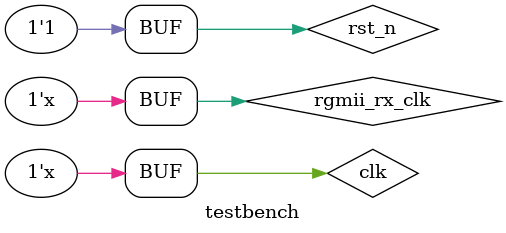
<source format=v>
`timescale 1ns / 1ps

module testbench();

reg		clk	;
reg		rgmii_rx_clk	;
reg		rst_n	;


always#5 clk = ~ clk;
always#5 rgmii_rx_clk = ~ rgmii_rx_clk;

initial begin

	clk = 0;
	rgmii_rx_clk = 0;
	rst_n = 0;
	#50 rst_n = 1;


end
top top_inst
(
	.clk		(	clk			),
	.rst_n		(	rst_n			),
//	.mdc		(	mdc			),
//    .mdio       (   mdio        ),
//	.uart_tx		(	uart_tx			),
//	.uart_rx		(	uart_rx			),
	.rgmii_rx_clk		(	rgmii_rx_clk			),
	.rgmii_rx_ctl		(	rgmii_rx_ctl			),
	.rgmii_tx_clk		(	rgmii_tx_clk			),
	.rgmii_tx_ctl		(	rgmii_tx_ctl			),
	.phy_rst		(	phy_rst			),
	.led		(	led			)
);
endmodule

</source>
